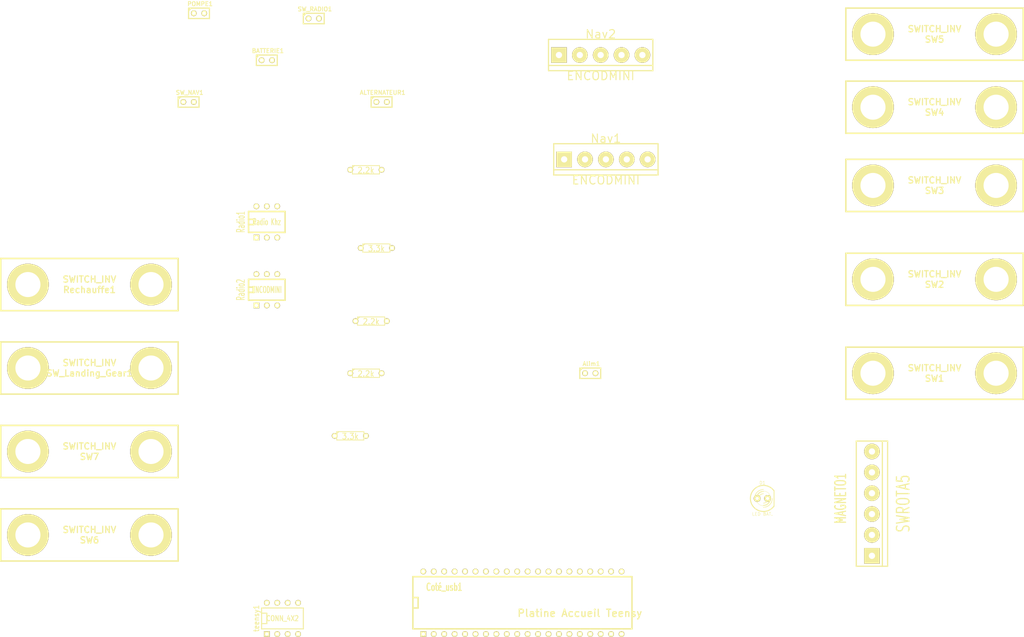
<source format=kicad_pcb>
(kicad_pcb (version 3) (host pcbnew "(2013-jul-07)-stable")

  (general
    (links 47)
    (no_connects 47)
    (area 0 0 0 0)
    (thickness 1.6)
    (drawings 0)
    (tracks 0)
    (zones 0)
    (modules 28)
    (nets 37)
  )

  (page A4)
  (layers
    (15 F.Cu signal)
    (0 B.Cu signal)
    (16 B.Adhes user)
    (17 F.Adhes user)
    (18 B.Paste user)
    (19 F.Paste user)
    (20 B.SilkS user)
    (21 F.SilkS user)
    (22 B.Mask user)
    (23 F.Mask user)
    (24 Dwgs.User user)
    (25 Cmts.User user)
    (26 Eco1.User user)
    (27 Eco2.User user)
    (28 Edge.Cuts user)
  )

  (setup
    (last_trace_width 0.254)
    (trace_clearance 0.254)
    (zone_clearance 0.508)
    (zone_45_only no)
    (trace_min 0.254)
    (segment_width 0.2)
    (edge_width 0.15)
    (via_size 0.889)
    (via_drill 0.635)
    (via_min_size 0.889)
    (via_min_drill 0.508)
    (uvia_size 0.508)
    (uvia_drill 0.127)
    (uvias_allowed no)
    (uvia_min_size 0.508)
    (uvia_min_drill 0.127)
    (pcb_text_width 0.3)
    (pcb_text_size 1 1)
    (mod_edge_width 0.15)
    (mod_text_size 1 1)
    (mod_text_width 0.15)
    (pad_size 1 1)
    (pad_drill 0.6)
    (pad_to_mask_clearance 0)
    (aux_axis_origin 0 0)
    (visible_elements FFFFFFBF)
    (pcbplotparams
      (layerselection 3178497)
      (usegerberextensions true)
      (excludeedgelayer true)
      (linewidth 0.150000)
      (plotframeref false)
      (viasonmask false)
      (mode 1)
      (useauxorigin false)
      (hpglpennumber 1)
      (hpglpenspeed 20)
      (hpglpendiameter 15)
      (hpglpenoverlay 2)
      (psnegative false)
      (psa4output false)
      (plotreference true)
      (plotvalue true)
      (plotothertext true)
      (plotinvisibletext false)
      (padsonsilk false)
      (subtractmaskfromsilk false)
      (outputformat 1)
      (mirror false)
      (drillshape 1)
      (scaleselection 1)
      (outputdirectory ""))
  )

  (net 0 "")
  (net 1 /e1)
  (net 2 /e5)
  (net 3 GND)
  (net 4 N-000001)
  (net 5 N-0000010)
  (net 6 N-0000011)
  (net 7 N-0000012)
  (net 8 N-0000013)
  (net 9 N-0000014)
  (net 10 N-0000015)
  (net 11 N-0000016)
  (net 12 N-0000017)
  (net 13 N-0000018)
  (net 14 N-0000019)
  (net 15 N-000002)
  (net 16 N-0000020)
  (net 17 N-0000021)
  (net 18 N-000003)
  (net 19 N-0000034)
  (net 20 N-000004)
  (net 21 N-000005)
  (net 22 N-0000050)
  (net 23 N-0000051)
  (net 24 N-0000053)
  (net 25 N-0000054)
  (net 26 N-0000055)
  (net 27 N-0000056)
  (net 28 N-0000057)
  (net 29 N-000006)
  (net 30 N-0000068)
  (net 31 N-0000069)
  (net 32 N-000007)
  (net 33 N-0000073)
  (net 34 N-000008)
  (net 35 N-000009)
  (net 36 VCC)

  (net_class Default "Ceci est la Netclass par défaut"
    (clearance 0.254)
    (trace_width 0.254)
    (via_dia 0.889)
    (via_drill 0.635)
    (uvia_dia 0.508)
    (uvia_drill 0.127)
    (add_net "")
    (add_net /e1)
    (add_net /e5)
    (add_net GND)
    (add_net N-000001)
    (add_net N-0000010)
    (add_net N-0000011)
    (add_net N-0000012)
    (add_net N-0000013)
    (add_net N-0000014)
    (add_net N-0000015)
    (add_net N-0000016)
    (add_net N-0000017)
    (add_net N-0000018)
    (add_net N-0000019)
    (add_net N-000002)
    (add_net N-0000020)
    (add_net N-0000021)
    (add_net N-000003)
    (add_net N-0000034)
    (add_net N-000004)
    (add_net N-000005)
    (add_net N-0000050)
    (add_net N-0000051)
    (add_net N-0000053)
    (add_net N-0000054)
    (add_net N-0000055)
    (add_net N-0000056)
    (add_net N-0000057)
    (add_net N-000006)
    (add_net N-0000068)
    (add_net N-0000069)
    (add_net N-000007)
    (add_net N-0000073)
    (add_net N-000008)
    (add_net N-000009)
    (add_net VCC)
  )

  (module R3 (layer F.Cu) (tedit 4E4C0E65) (tstamp 54CFE91B)
    (at 115.57 110.49)
    (descr "Resitance 3 pas")
    (tags R)
    (path /54CFFA40)
    (autoplace_cost180 10)
    (fp_text reference R5 (at 0 0.127) (layer F.SilkS) hide
      (effects (font (size 1.397 1.27) (thickness 0.2032)))
    )
    (fp_text value 2.2k (at 0 0.127) (layer F.SilkS)
      (effects (font (size 1.397 1.27) (thickness 0.2032)))
    )
    (fp_line (start -3.81 0) (end -3.302 0) (layer F.SilkS) (width 0.2032))
    (fp_line (start 3.81 0) (end 3.302 0) (layer F.SilkS) (width 0.2032))
    (fp_line (start 3.302 0) (end 3.302 -1.016) (layer F.SilkS) (width 0.2032))
    (fp_line (start 3.302 -1.016) (end -3.302 -1.016) (layer F.SilkS) (width 0.2032))
    (fp_line (start -3.302 -1.016) (end -3.302 1.016) (layer F.SilkS) (width 0.2032))
    (fp_line (start -3.302 1.016) (end 3.302 1.016) (layer F.SilkS) (width 0.2032))
    (fp_line (start 3.302 1.016) (end 3.302 0) (layer F.SilkS) (width 0.2032))
    (fp_line (start -3.302 -0.508) (end -2.794 -1.016) (layer F.SilkS) (width 0.2032))
    (pad 1 thru_hole circle (at -3.81 0) (size 1.397 1.397) (drill 0.8128)
      (layers *.Cu *.Mask F.SilkS)
      (net 24 N-0000053)
    )
    (pad 2 thru_hole circle (at 3.81 0) (size 1.397 1.397) (drill 0.8128)
      (layers *.Cu *.Mask F.SilkS)
      (net 36 VCC)
    )
    (model discret/resistor.wrl
      (at (xyz 0 0 0))
      (scale (xyz 0.3 0.3 0.3))
      (rotate (xyz 0 0 0))
    )
  )

  (module R3 (layer F.Cu) (tedit 4E4C0E65) (tstamp 54CFE929)
    (at 116.84 97.79)
    (descr "Resitance 3 pas")
    (tags R)
    (path /54CFD60C)
    (autoplace_cost180 10)
    (fp_text reference R3 (at 0 0.127) (layer F.SilkS) hide
      (effects (font (size 1.397 1.27) (thickness 0.2032)))
    )
    (fp_text value 2.2k (at 0 0.127) (layer F.SilkS)
      (effects (font (size 1.397 1.27) (thickness 0.2032)))
    )
    (fp_line (start -3.81 0) (end -3.302 0) (layer F.SilkS) (width 0.2032))
    (fp_line (start 3.81 0) (end 3.302 0) (layer F.SilkS) (width 0.2032))
    (fp_line (start 3.302 0) (end 3.302 -1.016) (layer F.SilkS) (width 0.2032))
    (fp_line (start 3.302 -1.016) (end -3.302 -1.016) (layer F.SilkS) (width 0.2032))
    (fp_line (start -3.302 -1.016) (end -3.302 1.016) (layer F.SilkS) (width 0.2032))
    (fp_line (start -3.302 1.016) (end 3.302 1.016) (layer F.SilkS) (width 0.2032))
    (fp_line (start 3.302 1.016) (end 3.302 0) (layer F.SilkS) (width 0.2032))
    (fp_line (start -3.302 -0.508) (end -2.794 -1.016) (layer F.SilkS) (width 0.2032))
    (pad 1 thru_hole circle (at -3.81 0) (size 1.397 1.397) (drill 0.8128)
      (layers *.Cu *.Mask F.SilkS)
      (net 10 N-0000015)
    )
    (pad 2 thru_hole circle (at 3.81 0) (size 1.397 1.397) (drill 0.8128)
      (layers *.Cu *.Mask F.SilkS)
      (net 11 N-0000016)
    )
    (model discret/resistor.wrl
      (at (xyz 0 0 0))
      (scale (xyz 0.3 0.3 0.3))
      (rotate (xyz 0 0 0))
    )
  )

  (module R3 (layer F.Cu) (tedit 4E4C0E65) (tstamp 54CFE937)
    (at 115.57 60.96)
    (descr "Resitance 3 pas")
    (tags R)
    (path /54CFD5FD)
    (autoplace_cost180 10)
    (fp_text reference R1 (at 0 0.127) (layer F.SilkS) hide
      (effects (font (size 1.397 1.27) (thickness 0.2032)))
    )
    (fp_text value 2.2k (at 0 0.127) (layer F.SilkS)
      (effects (font (size 1.397 1.27) (thickness 0.2032)))
    )
    (fp_line (start -3.81 0) (end -3.302 0) (layer F.SilkS) (width 0.2032))
    (fp_line (start 3.81 0) (end 3.302 0) (layer F.SilkS) (width 0.2032))
    (fp_line (start 3.302 0) (end 3.302 -1.016) (layer F.SilkS) (width 0.2032))
    (fp_line (start 3.302 -1.016) (end -3.302 -1.016) (layer F.SilkS) (width 0.2032))
    (fp_line (start -3.302 -1.016) (end -3.302 1.016) (layer F.SilkS) (width 0.2032))
    (fp_line (start -3.302 1.016) (end 3.302 1.016) (layer F.SilkS) (width 0.2032))
    (fp_line (start 3.302 1.016) (end 3.302 0) (layer F.SilkS) (width 0.2032))
    (fp_line (start -3.302 -0.508) (end -2.794 -1.016) (layer F.SilkS) (width 0.2032))
    (pad 1 thru_hole circle (at -3.81 0) (size 1.397 1.397) (drill 0.8128)
      (layers *.Cu *.Mask F.SilkS)
      (net 10 N-0000015)
    )
    (pad 2 thru_hole circle (at 3.81 0) (size 1.397 1.397) (drill 0.8128)
      (layers *.Cu *.Mask F.SilkS)
      (net 12 N-0000017)
    )
    (model discret/resistor.wrl
      (at (xyz 0 0 0))
      (scale (xyz 0.3 0.3 0.3))
      (rotate (xyz 0 0 0))
    )
  )

  (module R3 (layer F.Cu) (tedit 4E4C0E65) (tstamp 54CFE945)
    (at 118.11 80.01)
    (descr "Resitance 3 pas")
    (tags R)
    (path /54CFD5EE)
    (autoplace_cost180 10)
    (fp_text reference R4 (at 0 0.127) (layer F.SilkS) hide
      (effects (font (size 1.397 1.27) (thickness 0.2032)))
    )
    (fp_text value 3.3k (at 0 0.127) (layer F.SilkS)
      (effects (font (size 1.397 1.27) (thickness 0.2032)))
    )
    (fp_line (start -3.81 0) (end -3.302 0) (layer F.SilkS) (width 0.2032))
    (fp_line (start 3.81 0) (end 3.302 0) (layer F.SilkS) (width 0.2032))
    (fp_line (start 3.302 0) (end 3.302 -1.016) (layer F.SilkS) (width 0.2032))
    (fp_line (start 3.302 -1.016) (end -3.302 -1.016) (layer F.SilkS) (width 0.2032))
    (fp_line (start -3.302 -1.016) (end -3.302 1.016) (layer F.SilkS) (width 0.2032))
    (fp_line (start -3.302 1.016) (end 3.302 1.016) (layer F.SilkS) (width 0.2032))
    (fp_line (start 3.302 1.016) (end 3.302 0) (layer F.SilkS) (width 0.2032))
    (fp_line (start -3.302 -0.508) (end -2.794 -1.016) (layer F.SilkS) (width 0.2032))
    (pad 1 thru_hole circle (at -3.81 0) (size 1.397 1.397) (drill 0.8128)
      (layers *.Cu *.Mask F.SilkS)
      (net 8 N-0000013)
    )
    (pad 2 thru_hole circle (at 3.81 0) (size 1.397 1.397) (drill 0.8128)
      (layers *.Cu *.Mask F.SilkS)
      (net 10 N-0000015)
    )
    (model discret/resistor.wrl
      (at (xyz 0 0 0))
      (scale (xyz 0.3 0.3 0.3))
      (rotate (xyz 0 0 0))
    )
  )

  (module R3 (layer F.Cu) (tedit 4E4C0E65) (tstamp 54CFE953)
    (at 111.76 125.73)
    (descr "Resitance 3 pas")
    (tags R)
    (path /54CFD5DF)
    (autoplace_cost180 10)
    (fp_text reference R2 (at 0 0.127) (layer F.SilkS) hide
      (effects (font (size 1.397 1.27) (thickness 0.2032)))
    )
    (fp_text value 3.3k (at 0 0.127) (layer F.SilkS)
      (effects (font (size 1.397 1.27) (thickness 0.2032)))
    )
    (fp_line (start -3.81 0) (end -3.302 0) (layer F.SilkS) (width 0.2032))
    (fp_line (start 3.81 0) (end 3.302 0) (layer F.SilkS) (width 0.2032))
    (fp_line (start 3.302 0) (end 3.302 -1.016) (layer F.SilkS) (width 0.2032))
    (fp_line (start 3.302 -1.016) (end -3.302 -1.016) (layer F.SilkS) (width 0.2032))
    (fp_line (start -3.302 -1.016) (end -3.302 1.016) (layer F.SilkS) (width 0.2032))
    (fp_line (start -3.302 1.016) (end 3.302 1.016) (layer F.SilkS) (width 0.2032))
    (fp_line (start 3.302 1.016) (end 3.302 0) (layer F.SilkS) (width 0.2032))
    (fp_line (start -3.302 -0.508) (end -2.794 -1.016) (layer F.SilkS) (width 0.2032))
    (pad 1 thru_hole circle (at -3.81 0) (size 1.397 1.397) (drill 0.8128)
      (layers *.Cu *.Mask F.SilkS)
      (net 9 N-0000014)
    )
    (pad 2 thru_hole circle (at 3.81 0) (size 1.397 1.397) (drill 0.8128)
      (layers *.Cu *.Mask F.SilkS)
      (net 10 N-0000015)
    )
    (model discret/resistor.wrl
      (at (xyz 0 0 0))
      (scale (xyz 0.3 0.3 0.3))
      (rotate (xyz 0 0 0))
    )
  )

  (module LED-5MM (layer F.Cu) (tedit 50ADE86B) (tstamp 54CFE962)
    (at 212.09 140.97)
    (descr "LED 5mm - Lead pitch 100mil (2,54mm)")
    (tags "LED led 5mm 5MM 100mil 2,54mm")
    (path /54CFFA12)
    (fp_text reference D1 (at 0 -3.81) (layer F.SilkS)
      (effects (font (size 0.762 0.762) (thickness 0.0889)))
    )
    (fp_text value "LED BAT." (at 0 3.81) (layer F.SilkS)
      (effects (font (size 0.762 0.762) (thickness 0.0889)))
    )
    (fp_line (start 2.8448 1.905) (end 2.8448 -1.905) (layer F.SilkS) (width 0.2032))
    (fp_circle (center 0.254 0) (end -1.016 1.27) (layer F.SilkS) (width 0.0762))
    (fp_arc (start 0.254 0) (end 2.794 1.905) (angle 286.2) (layer F.SilkS) (width 0.254))
    (fp_arc (start 0.254 0) (end -0.889 0) (angle 90) (layer F.SilkS) (width 0.1524))
    (fp_arc (start 0.254 0) (end 1.397 0) (angle 90) (layer F.SilkS) (width 0.1524))
    (fp_arc (start 0.254 0) (end -1.397 0) (angle 90) (layer F.SilkS) (width 0.1524))
    (fp_arc (start 0.254 0) (end 1.905 0) (angle 90) (layer F.SilkS) (width 0.1524))
    (fp_arc (start 0.254 0) (end -1.905 0) (angle 90) (layer F.SilkS) (width 0.1524))
    (fp_arc (start 0.254 0) (end 2.413 0) (angle 90) (layer F.SilkS) (width 0.1524))
    (pad 1 thru_hole circle (at -1.27 0) (size 1.6764 1.6764) (drill 0.8128)
      (layers *.Cu *.Mask F.SilkS)
      (net 24 N-0000053)
    )
    (pad 2 thru_hole circle (at 1.27 0) (size 1.6764 1.6764) (drill 0.8128)
      (layers *.Cu *.Mask F.SilkS)
      (net 27 N-0000056)
    )
    (model discret/leds/led5_vertical_verde.wrl
      (at (xyz 0 0 0))
      (scale (xyz 1 1 1))
      (rotate (xyz 0 0 0))
    )
  )

  (module DIP-8__300 (layer F.Cu) (tedit 43A7F843) (tstamp 54CFE975)
    (at 95.25 170.18)
    (descr "8 pins DIL package, round pads")
    (tags DIL)
    (path /54CFD389)
    (fp_text reference teensy1 (at -6.35 0 90) (layer F.SilkS)
      (effects (font (size 1.27 1.143) (thickness 0.2032)))
    )
    (fp_text value CONN_4X2 (at 0 0) (layer F.SilkS)
      (effects (font (size 1.27 1.016) (thickness 0.2032)))
    )
    (fp_line (start -5.08 -1.27) (end -3.81 -1.27) (layer F.SilkS) (width 0.254))
    (fp_line (start -3.81 -1.27) (end -3.81 1.27) (layer F.SilkS) (width 0.254))
    (fp_line (start -3.81 1.27) (end -5.08 1.27) (layer F.SilkS) (width 0.254))
    (fp_line (start -5.08 -2.54) (end 5.08 -2.54) (layer F.SilkS) (width 0.254))
    (fp_line (start 5.08 -2.54) (end 5.08 2.54) (layer F.SilkS) (width 0.254))
    (fp_line (start 5.08 2.54) (end -5.08 2.54) (layer F.SilkS) (width 0.254))
    (fp_line (start -5.08 2.54) (end -5.08 -2.54) (layer F.SilkS) (width 0.254))
    (pad 1 thru_hole rect (at -3.81 3.81) (size 1.397 1.397) (drill 0.8128)
      (layers *.Cu *.Mask F.SilkS)
      (net 1 /e1)
    )
    (pad 2 thru_hole circle (at -1.27 3.81) (size 1.397 1.397) (drill 0.8128)
      (layers *.Cu *.Mask F.SilkS)
      (net 13 N-0000018)
    )
    (pad 3 thru_hole circle (at 1.27 3.81) (size 1.397 1.397) (drill 0.8128)
      (layers *.Cu *.Mask F.SilkS)
      (net 30 N-0000068)
    )
    (pad 4 thru_hole circle (at 3.81 3.81) (size 1.397 1.397) (drill 0.8128)
      (layers *.Cu *.Mask F.SilkS)
      (net 17 N-0000021)
    )
    (pad 5 thru_hole circle (at 3.81 -3.81) (size 1.397 1.397) (drill 0.8128)
      (layers *.Cu *.Mask F.SilkS)
      (net 2 /e5)
    )
    (pad 6 thru_hole circle (at 1.27 -3.81) (size 1.397 1.397) (drill 0.8128)
      (layers *.Cu *.Mask F.SilkS)
      (net 31 N-0000069)
    )
    (pad 7 thru_hole circle (at -1.27 -3.81) (size 1.397 1.397) (drill 0.8128)
      (layers *.Cu *.Mask F.SilkS)
      (net 33 N-0000073)
    )
    (pad 8 thru_hole circle (at -3.81 -3.81) (size 1.397 1.397) (drill 0.8128)
      (layers *.Cu *.Mask F.SilkS)
      (net 7 N-0000012)
    )
    (model dil/dil_8.wrl
      (at (xyz 0 0 0))
      (scale (xyz 1 1 1))
      (rotate (xyz 0 0 0))
    )
  )

  (module DIP-6__300 (layer F.Cu) (tedit 49DC487C) (tstamp 54CFE986)
    (at 91.44 90.17)
    (descr "6 pins DIL package, round pads")
    (tags DIL)
    (path /54CFD34D)
    (fp_text reference Radio2 (at -6.35 0 90) (layer F.SilkS)
      (effects (font (size 1.905 1.016) (thickness 0.2032)))
    )
    (fp_text value ENCODMINI (at 0 0) (layer F.SilkS)
      (effects (font (size 1.524 0.889) (thickness 0.2032)))
    )
    (fp_line (start -4.445 -2.54) (end 4.445 -2.54) (layer F.SilkS) (width 0.381))
    (fp_line (start 4.445 -2.54) (end 4.445 2.54) (layer F.SilkS) (width 0.381))
    (fp_line (start 4.445 2.54) (end -4.445 2.54) (layer F.SilkS) (width 0.381))
    (fp_line (start -4.445 2.54) (end -4.445 -2.54) (layer F.SilkS) (width 0.381))
    (fp_line (start -4.445 -0.635) (end -3.175 -0.635) (layer F.SilkS) (width 0.381))
    (fp_line (start -3.175 -0.635) (end -3.175 0.635) (layer F.SilkS) (width 0.381))
    (fp_line (start -3.175 0.635) (end -4.445 0.635) (layer F.SilkS) (width 0.381))
    (pad 1 thru_hole rect (at -2.54 3.81) (size 1.397 1.397) (drill 0.8128)
      (layers *.Cu *.Mask F.SilkS)
      (net 1 /e1)
    )
    (pad 2 thru_hole circle (at 0 3.81) (size 1.397 1.397) (drill 0.8128)
      (layers *.Cu *.Mask F.SilkS)
      (net 30 N-0000068)
    )
    (pad 3 thru_hole circle (at 2.54 3.81) (size 1.397 1.397) (drill 0.8128)
      (layers *.Cu *.Mask F.SilkS)
      (net 3 GND)
    )
    (pad 4 thru_hole circle (at 2.54 -3.81) (size 1.397 1.397) (drill 0.8128)
      (layers *.Cu *.Mask F.SilkS)
      (net 3 GND)
    )
    (pad 5 thru_hole circle (at 0 -3.81) (size 1.397 1.397) (drill 0.8128)
      (layers *.Cu *.Mask F.SilkS)
      (net 8 N-0000013)
    )
    (pad 6 thru_hole circle (at -2.54 -3.81) (size 1.397 1.397) (drill 0.8128)
      (layers *.Cu *.Mask F.SilkS)
    )
    (model dil/dil_6.wrl
      (at (xyz 0 0 0))
      (scale (xyz 1 1 1))
      (rotate (xyz 0 0 0))
    )
  )

  (module DIP-6__300 (layer F.Cu) (tedit 49DC487C) (tstamp 54CFE997)
    (at 91.44 73.66)
    (descr "6 pins DIL package, round pads")
    (tags DIL)
    (path /54CFD33E)
    (fp_text reference Radio1 (at -6.35 0 90) (layer F.SilkS)
      (effects (font (size 1.905 1.016) (thickness 0.2032)))
    )
    (fp_text value "Radio Khz" (at 0 0) (layer F.SilkS)
      (effects (font (size 1.524 0.889) (thickness 0.2032)))
    )
    (fp_line (start -4.445 -2.54) (end 4.445 -2.54) (layer F.SilkS) (width 0.381))
    (fp_line (start 4.445 -2.54) (end 4.445 2.54) (layer F.SilkS) (width 0.381))
    (fp_line (start 4.445 2.54) (end -4.445 2.54) (layer F.SilkS) (width 0.381))
    (fp_line (start -4.445 2.54) (end -4.445 -2.54) (layer F.SilkS) (width 0.381))
    (fp_line (start -4.445 -0.635) (end -3.175 -0.635) (layer F.SilkS) (width 0.381))
    (fp_line (start -3.175 -0.635) (end -3.175 0.635) (layer F.SilkS) (width 0.381))
    (fp_line (start -3.175 0.635) (end -4.445 0.635) (layer F.SilkS) (width 0.381))
    (pad 1 thru_hole rect (at -2.54 3.81) (size 1.397 1.397) (drill 0.8128)
      (layers *.Cu *.Mask F.SilkS)
      (net 7 N-0000012)
    )
    (pad 2 thru_hole circle (at 0 3.81) (size 1.397 1.397) (drill 0.8128)
      (layers *.Cu *.Mask F.SilkS)
      (net 31 N-0000069)
    )
    (pad 3 thru_hole circle (at 2.54 3.81) (size 1.397 1.397) (drill 0.8128)
      (layers *.Cu *.Mask F.SilkS)
      (net 3 GND)
    )
    (pad 4 thru_hole circle (at 2.54 -3.81) (size 1.397 1.397) (drill 0.8128)
      (layers *.Cu *.Mask F.SilkS)
      (net 3 GND)
    )
    (pad 5 thru_hole circle (at 0 -3.81) (size 1.397 1.397) (drill 0.8128)
      (layers *.Cu *.Mask F.SilkS)
      (net 9 N-0000014)
    )
    (pad 6 thru_hole circle (at -2.54 -3.81) (size 1.397 1.397) (drill 0.8128)
      (layers *.Cu *.Mask F.SilkS)
    )
    (model dil/dil_6.wrl
      (at (xyz 0 0 0))
      (scale (xyz 1 1 1))
      (rotate (xyz 0 0 0))
    )
  )

  (module DIP-40__600 (layer F.Cu) (tedit 200000) (tstamp 54CFE9CA)
    (at 153.67 166.37)
    (descr "Module Dil 40 pins, pads ronds, e=600 mils")
    (tags DIL)
    (path /54CFD37A)
    (fp_text reference Coté_usb1 (at -19.05 -3.81) (layer F.SilkS)
      (effects (font (size 1.778 1.143) (thickness 0.3048)))
    )
    (fp_text value "Platine Accueil Teensy" (at 13.97 2.54) (layer F.SilkS)
      (effects (font (size 1.778 1.778) (thickness 0.3048)))
    )
    (fp_line (start -26.67 -1.27) (end -25.4 -1.27) (layer F.SilkS) (width 0.381))
    (fp_line (start -25.4 -1.27) (end -25.4 1.27) (layer F.SilkS) (width 0.381))
    (fp_line (start -25.4 1.27) (end -26.67 1.27) (layer F.SilkS) (width 0.381))
    (fp_line (start -26.67 -6.35) (end 26.67 -6.35) (layer F.SilkS) (width 0.381))
    (fp_line (start 26.67 -6.35) (end 26.67 6.35) (layer F.SilkS) (width 0.381))
    (fp_line (start 26.67 6.35) (end -26.67 6.35) (layer F.SilkS) (width 0.381))
    (fp_line (start -26.67 6.35) (end -26.67 -6.35) (layer F.SilkS) (width 0.381))
    (pad 1 thru_hole rect (at -24.13 7.62) (size 1.397 1.397) (drill 0.8128)
      (layers *.Cu *.Mask F.SilkS)
      (net 3 GND)
    )
    (pad 2 thru_hole circle (at -21.59 7.62) (size 1.397 1.397) (drill 0.8128)
      (layers *.Cu *.Mask F.SilkS)
      (net 36 VCC)
    )
    (pad 3 thru_hole circle (at -19.05 7.62) (size 1.397 1.397) (drill 0.8128)
      (layers *.Cu *.Mask F.SilkS)
      (net 19 N-0000034)
    )
    (pad 4 thru_hole circle (at -16.51 7.62) (size 1.397 1.397) (drill 0.8128)
      (layers *.Cu *.Mask F.SilkS)
    )
    (pad 5 thru_hole circle (at -13.97 7.62) (size 1.397 1.397) (drill 0.8128)
      (layers *.Cu *.Mask F.SilkS)
      (net 16 N-0000020)
    )
    (pad 6 thru_hole circle (at -11.43 7.62) (size 1.397 1.397) (drill 0.8128)
      (layers *.Cu *.Mask F.SilkS)
    )
    (pad 7 thru_hole circle (at -8.89 7.62) (size 1.397 1.397) (drill 0.8128)
      (layers *.Cu *.Mask F.SilkS)
      (net 14 N-0000019)
    )
    (pad 8 thru_hole circle (at -6.35 7.62) (size 1.397 1.397) (drill 0.8128)
      (layers *.Cu *.Mask F.SilkS)
    )
    (pad 9 thru_hole circle (at -3.81 7.62) (size 1.397 1.397) (drill 0.8128)
      (layers *.Cu *.Mask F.SilkS)
      (net 32 N-000007)
    )
    (pad 10 thru_hole circle (at -1.27 7.62) (size 1.397 1.397) (drill 0.8128)
      (layers *.Cu *.Mask F.SilkS)
      (net 23 N-0000051)
    )
    (pad 11 thru_hole circle (at 1.27 7.62) (size 1.397 1.397) (drill 0.8128)
      (layers *.Cu *.Mask F.SilkS)
      (net 29 N-000006)
    )
    (pad 12 thru_hole circle (at 3.81 7.62) (size 1.397 1.397) (drill 0.8128)
      (layers *.Cu *.Mask F.SilkS)
      (net 22 N-0000050)
    )
    (pad 13 thru_hole circle (at 6.35 7.62) (size 1.397 1.397) (drill 0.8128)
      (layers *.Cu *.Mask F.SilkS)
      (net 21 N-000005)
    )
    (pad 14 thru_hole circle (at 8.89 7.62) (size 1.397 1.397) (drill 0.8128)
      (layers *.Cu *.Mask F.SilkS)
      (net 26 N-0000055)
    )
    (pad 15 thru_hole circle (at 11.43 7.62) (size 1.397 1.397) (drill 0.8128)
      (layers *.Cu *.Mask F.SilkS)
      (net 20 N-000004)
    )
    (pad 16 thru_hole circle (at 13.97 7.62) (size 1.397 1.397) (drill 0.8128)
      (layers *.Cu *.Mask F.SilkS)
      (net 28 N-0000057)
    )
    (pad 17 thru_hole circle (at 16.51 7.62) (size 1.397 1.397) (drill 0.8128)
      (layers *.Cu *.Mask F.SilkS)
    )
    (pad 18 thru_hole circle (at 19.05 7.62) (size 1.397 1.397) (drill 0.8128)
      (layers *.Cu *.Mask F.SilkS)
      (net 27 N-0000056)
    )
    (pad 19 thru_hole circle (at 21.59 7.62) (size 1.397 1.397) (drill 0.8128)
      (layers *.Cu *.Mask F.SilkS)
      (net 18 N-000003)
    )
    (pad 20 thru_hole circle (at 24.13 7.62) (size 1.397 1.397) (drill 0.8128)
      (layers *.Cu *.Mask F.SilkS)
    )
    (pad 21 thru_hole circle (at 24.13 -7.62) (size 1.397 1.397) (drill 0.8128)
      (layers *.Cu *.Mask F.SilkS)
      (net 15 N-000002)
    )
    (pad 22 thru_hole circle (at 21.59 -7.62) (size 1.397 1.397) (drill 0.8128)
      (layers *.Cu *.Mask F.SilkS)
    )
    (pad 23 thru_hole circle (at 19.05 -7.62) (size 1.397 1.397) (drill 0.8128)
      (layers *.Cu *.Mask F.SilkS)
      (net 4 N-000001)
    )
    (pad 24 thru_hole circle (at 16.51 -7.62) (size 1.397 1.397) (drill 0.8128)
      (layers *.Cu *.Mask F.SilkS)
    )
    (pad 25 thru_hole circle (at 13.97 -7.62) (size 1.397 1.397) (drill 0.8128)
      (layers *.Cu *.Mask F.SilkS)
      (net 6 N-0000011)
    )
    (pad 26 thru_hole circle (at 11.43 -7.62) (size 1.397 1.397) (drill 0.8128)
      (layers *.Cu *.Mask F.SilkS)
    )
    (pad 27 thru_hole circle (at 8.89 -7.62) (size 1.397 1.397) (drill 0.8128)
      (layers *.Cu *.Mask F.SilkS)
      (net 5 N-0000010)
    )
    (pad 28 thru_hole circle (at 6.35 -7.62) (size 1.397 1.397) (drill 0.8128)
      (layers *.Cu *.Mask F.SilkS)
    )
    (pad 29 thru_hole circle (at 3.81 -7.62) (size 1.397 1.397) (drill 0.8128)
      (layers *.Cu *.Mask F.SilkS)
    )
    (pad 30 thru_hole circle (at 1.27 -7.62) (size 1.397 1.397) (drill 0.8128)
      (layers *.Cu *.Mask F.SilkS)
    )
    (pad 31 thru_hole circle (at -1.27 -7.62) (size 1.397 1.397) (drill 0.8128)
      (layers *.Cu *.Mask F.SilkS)
      (net 25 N-0000054)
    )
    (pad 32 thru_hole circle (at -3.81 -7.62) (size 1.397 1.397) (drill 0.8128)
      (layers *.Cu *.Mask F.SilkS)
    )
    (pad 33 thru_hole circle (at -6.35 -7.62) (size 1.397 1.397) (drill 0.8128)
      (layers *.Cu *.Mask F.SilkS)
      (net 34 N-000008)
    )
    (pad 34 thru_hole circle (at -8.89 -7.62) (size 1.397 1.397) (drill 0.8128)
      (layers *.Cu *.Mask F.SilkS)
    )
    (pad 35 thru_hole circle (at -11.43 -7.62) (size 1.397 1.397) (drill 0.8128)
      (layers *.Cu *.Mask F.SilkS)
    )
    (pad 36 thru_hole circle (at -13.97 -7.62) (size 1.397 1.397) (drill 0.8128)
      (layers *.Cu *.Mask F.SilkS)
    )
    (pad 37 thru_hole circle (at -16.51 -7.62) (size 1.397 1.397) (drill 0.8128)
      (layers *.Cu *.Mask F.SilkS)
    )
    (pad 38 thru_hole circle (at -19.05 -7.62) (size 1.397 1.397) (drill 0.8128)
      (layers *.Cu *.Mask F.SilkS)
    )
    (pad 39 thru_hole circle (at -21.59 -7.62) (size 1.397 1.397) (drill 0.8128)
      (layers *.Cu *.Mask F.SilkS)
      (net 35 N-000009)
    )
    (pad 40 thru_hole circle (at -24.13 -7.62) (size 1.397 1.397) (drill 0.8128)
      (layers *.Cu *.Mask F.SilkS)
    )
    (model dil/dil_40-w600.wrl
      (at (xyz 0 0 0))
      (scale (xyz 1 1 1))
      (rotate (xyz 0 0 0))
    )
  )

  (module C1 (layer F.Cu) (tedit 3F92C496) (tstamp 54CFE9D5)
    (at 72.39 44.45)
    (descr "Condensateur e = 1 pas")
    (tags C)
    (path /54CE633C)
    (fp_text reference SW_NAV1 (at 0.254 -2.286) (layer F.SilkS)
      (effects (font (size 1.016 1.016) (thickness 0.2032)))
    )
    (fp_text value SW_PUSH (at 0 -2.286) (layer F.SilkS) hide
      (effects (font (size 1.016 1.016) (thickness 0.2032)))
    )
    (fp_line (start -2.4892 -1.27) (end 2.54 -1.27) (layer F.SilkS) (width 0.3048))
    (fp_line (start 2.54 -1.27) (end 2.54 1.27) (layer F.SilkS) (width 0.3048))
    (fp_line (start 2.54 1.27) (end -2.54 1.27) (layer F.SilkS) (width 0.3048))
    (fp_line (start -2.54 1.27) (end -2.54 -1.27) (layer F.SilkS) (width 0.3048))
    (fp_line (start -2.54 -0.635) (end -1.905 -1.27) (layer F.SilkS) (width 0.3048))
    (pad 1 thru_hole circle (at -1.27 0) (size 1.397 1.397) (drill 0.8128)
      (layers *.Cu *.Mask F.SilkS)
      (net 3 GND)
    )
    (pad 2 thru_hole circle (at 1.27 0) (size 1.397 1.397) (drill 0.8128)
      (layers *.Cu *.Mask F.SilkS)
      (net 35 N-000009)
    )
    (model discret/capa_1_pas.wrl
      (at (xyz 0 0 0))
      (scale (xyz 1 1 1))
      (rotate (xyz 0 0 0))
    )
  )

  (module C1 (layer F.Cu) (tedit 3F92C496) (tstamp 54CFE9E0)
    (at 170.18 110.49)
    (descr "Condensateur e = 1 pas")
    (tags C)
    (path /54D00663)
    (fp_text reference Alim1 (at 0.254 -2.286) (layer F.SilkS)
      (effects (font (size 1.016 1.016) (thickness 0.2032)))
    )
    (fp_text value NAV. (at 0 -2.286) (layer F.SilkS) hide
      (effects (font (size 1.016 1.016) (thickness 0.2032)))
    )
    (fp_line (start -2.4892 -1.27) (end 2.54 -1.27) (layer F.SilkS) (width 0.3048))
    (fp_line (start 2.54 -1.27) (end 2.54 1.27) (layer F.SilkS) (width 0.3048))
    (fp_line (start 2.54 1.27) (end -2.54 1.27) (layer F.SilkS) (width 0.3048))
    (fp_line (start -2.54 1.27) (end -2.54 -1.27) (layer F.SilkS) (width 0.3048))
    (fp_line (start -2.54 -0.635) (end -1.905 -1.27) (layer F.SilkS) (width 0.3048))
    (pad 1 thru_hole circle (at -1.27 0) (size 1.397 1.397) (drill 0.8128)
      (layers *.Cu *.Mask F.SilkS)
      (net 3 GND)
    )
    (pad 2 thru_hole circle (at 1.27 0) (size 1.397 1.397) (drill 0.8128)
      (layers *.Cu *.Mask F.SilkS)
      (net 26 N-0000055)
    )
    (model discret/capa_1_pas.wrl
      (at (xyz 0 0 0))
      (scale (xyz 1 1 1))
      (rotate (xyz 0 0 0))
    )
  )

  (module C1 (layer F.Cu) (tedit 3F92C496) (tstamp 54CFE9EB)
    (at 119.38 44.45)
    (descr "Condensateur e = 1 pas")
    (tags C)
    (path /54CE67B1)
    (fp_text reference ALTERNATEUR1 (at 0.254 -2.286) (layer F.SilkS)
      (effects (font (size 1.016 1.016) (thickness 0.2032)))
    )
    (fp_text value SWITCH_INV (at 0 -2.286) (layer F.SilkS) hide
      (effects (font (size 1.016 1.016) (thickness 0.2032)))
    )
    (fp_line (start -2.4892 -1.27) (end 2.54 -1.27) (layer F.SilkS) (width 0.3048))
    (fp_line (start 2.54 -1.27) (end 2.54 1.27) (layer F.SilkS) (width 0.3048))
    (fp_line (start 2.54 1.27) (end -2.54 1.27) (layer F.SilkS) (width 0.3048))
    (fp_line (start -2.54 1.27) (end -2.54 -1.27) (layer F.SilkS) (width 0.3048))
    (fp_line (start -2.54 -0.635) (end -1.905 -1.27) (layer F.SilkS) (width 0.3048))
    (pad 1 thru_hole circle (at -1.27 0) (size 1.397 1.397) (drill 0.8128)
      (layers *.Cu *.Mask F.SilkS)
    )
    (pad 2 thru_hole circle (at 1.27 0) (size 1.397 1.397) (drill 0.8128)
      (layers *.Cu *.Mask F.SilkS)
      (net 3 GND)
    )
    (model discret/capa_1_pas.wrl
      (at (xyz 0 0 0))
      (scale (xyz 1 1 1))
      (rotate (xyz 0 0 0))
    )
  )

  (module C1 (layer F.Cu) (tedit 3F92C496) (tstamp 54CFE9F6)
    (at 91.44 34.29)
    (descr "Condensateur e = 1 pas")
    (tags C)
    (path /54CE67AB)
    (fp_text reference BATTERIE1 (at 0.254 -2.286) (layer F.SilkS)
      (effects (font (size 1.016 1.016) (thickness 0.2032)))
    )
    (fp_text value SWITCH_INV (at 0 -2.286) (layer F.SilkS) hide
      (effects (font (size 1.016 1.016) (thickness 0.2032)))
    )
    (fp_line (start -2.4892 -1.27) (end 2.54 -1.27) (layer F.SilkS) (width 0.3048))
    (fp_line (start 2.54 -1.27) (end 2.54 1.27) (layer F.SilkS) (width 0.3048))
    (fp_line (start 2.54 1.27) (end -2.54 1.27) (layer F.SilkS) (width 0.3048))
    (fp_line (start -2.54 1.27) (end -2.54 -1.27) (layer F.SilkS) (width 0.3048))
    (fp_line (start -2.54 -0.635) (end -1.905 -1.27) (layer F.SilkS) (width 0.3048))
    (pad 1 thru_hole circle (at -1.27 0) (size 1.397 1.397) (drill 0.8128)
      (layers *.Cu *.Mask F.SilkS)
    )
    (pad 2 thru_hole circle (at 1.27 0) (size 1.397 1.397) (drill 0.8128)
      (layers *.Cu *.Mask F.SilkS)
      (net 3 GND)
    )
    (model discret/capa_1_pas.wrl
      (at (xyz 0 0 0))
      (scale (xyz 1 1 1))
      (rotate (xyz 0 0 0))
    )
  )

  (module C1 (layer F.Cu) (tedit 3F92C496) (tstamp 54CFEA01)
    (at 74.93 22.86)
    (descr "Condensateur e = 1 pas")
    (tags C)
    (path /54CE679F)
    (fp_text reference POMPE1 (at 0.254 -2.286) (layer F.SilkS)
      (effects (font (size 1.016 1.016) (thickness 0.2032)))
    )
    (fp_text value SWITCH_INV (at 0 -2.286) (layer F.SilkS) hide
      (effects (font (size 1.016 1.016) (thickness 0.2032)))
    )
    (fp_line (start -2.4892 -1.27) (end 2.54 -1.27) (layer F.SilkS) (width 0.3048))
    (fp_line (start 2.54 -1.27) (end 2.54 1.27) (layer F.SilkS) (width 0.3048))
    (fp_line (start 2.54 1.27) (end -2.54 1.27) (layer F.SilkS) (width 0.3048))
    (fp_line (start -2.54 1.27) (end -2.54 -1.27) (layer F.SilkS) (width 0.3048))
    (fp_line (start -2.54 -0.635) (end -1.905 -1.27) (layer F.SilkS) (width 0.3048))
    (pad 1 thru_hole circle (at -1.27 0) (size 1.397 1.397) (drill 0.8128)
      (layers *.Cu *.Mask F.SilkS)
    )
    (pad 2 thru_hole circle (at 1.27 0) (size 1.397 1.397) (drill 0.8128)
      (layers *.Cu *.Mask F.SilkS)
      (net 3 GND)
    )
    (model discret/capa_1_pas.wrl
      (at (xyz 0 0 0))
      (scale (xyz 1 1 1))
      (rotate (xyz 0 0 0))
    )
  )

  (module C1 (layer F.Cu) (tedit 3F92C496) (tstamp 54CFEA0C)
    (at 102.87 24.13)
    (descr "Condensateur e = 1 pas")
    (tags C)
    (path /54CE632D)
    (fp_text reference SW_RADIO1 (at 0.254 -2.286) (layer F.SilkS)
      (effects (font (size 1.016 1.016) (thickness 0.2032)))
    )
    (fp_text value SW_PUSH (at 0 -2.286) (layer F.SilkS) hide
      (effects (font (size 1.016 1.016) (thickness 0.2032)))
    )
    (fp_line (start -2.4892 -1.27) (end 2.54 -1.27) (layer F.SilkS) (width 0.3048))
    (fp_line (start 2.54 -1.27) (end 2.54 1.27) (layer F.SilkS) (width 0.3048))
    (fp_line (start 2.54 1.27) (end -2.54 1.27) (layer F.SilkS) (width 0.3048))
    (fp_line (start -2.54 1.27) (end -2.54 -1.27) (layer F.SilkS) (width 0.3048))
    (fp_line (start -2.54 -0.635) (end -1.905 -1.27) (layer F.SilkS) (width 0.3048))
    (pad 1 thru_hole circle (at -1.27 0) (size 1.397 1.397) (drill 0.8128)
      (layers *.Cu *.Mask F.SilkS)
      (net 3 GND)
    )
    (pad 2 thru_hole circle (at 1.27 0) (size 1.397 1.397) (drill 0.8128)
      (layers *.Cu *.Mask F.SilkS)
      (net 34 N-000008)
    )
    (model discret/capa_1_pas.wrl
      (at (xyz 0 0 0))
      (scale (xyz 1 1 1))
      (rotate (xyz 0 0 0))
    )
  )

  (module bornier6 (layer F.Cu) (tedit 3EC0C28A) (tstamp 54CFEA1B)
    (at 238.76 142.24 90)
    (descr "Bornier d'alimentation 4 pins")
    (tags DEV)
    (path /54CE6E48)
    (fp_text reference MAGNETO1 (at 1.27 -7.62 90) (layer F.SilkS)
      (effects (font (size 2.6162 1.59766) (thickness 0.3048)))
    )
    (fp_text value SWROTA5 (at 0 7.62 90) (layer F.SilkS)
      (effects (font (size 3.05054 2.0955) (thickness 0.3048)))
    )
    (fp_line (start -15.24 -3.81) (end -15.24 3.81) (layer F.SilkS) (width 0.3048))
    (fp_line (start 15.24 3.81) (end 15.24 -3.81) (layer F.SilkS) (width 0.3048))
    (fp_line (start -15.24 2.54) (end 15.24 2.54) (layer F.SilkS) (width 0.3048))
    (fp_line (start -15.24 -3.81) (end 15.24 -3.81) (layer F.SilkS) (width 0.3048))
    (fp_line (start -15.24 3.81) (end 15.24 3.81) (layer F.SilkS) (width 0.3048))
    (pad 2 thru_hole circle (at -7.62 0 90) (size 3.81 3.81) (drill 1.524)
      (layers *.Cu *.Mask F.SilkS)
      (net 15 N-000002)
    )
    (pad 3 thru_hole circle (at -2.54 0 90) (size 3.81 3.81) (drill 1.524)
      (layers *.Cu *.Mask F.SilkS)
      (net 4 N-000001)
    )
    (pad 1 thru_hole rect (at -12.7 0 90) (size 3.81 3.81) (drill 1.524)
      (layers *.Cu *.Mask F.SilkS)
      (net 18 N-000003)
    )
    (pad 4 thru_hole circle (at 2.54 0 90) (size 3.81 3.81) (drill 1.524)
      (layers *.Cu *.Mask F.SilkS)
      (net 6 N-0000011)
    )
    (pad 5 thru_hole circle (at 7.62 0 90) (size 3.81 3.81) (drill 1.524)
      (layers *.Cu *.Mask F.SilkS)
      (net 5 N-0000010)
    )
    (pad 6 thru_hole circle (at 12.7 0 90) (size 3.81 3.81) (drill 1.524)
      (layers *.Cu *.Mask F.SilkS)
    )
    (model device/bornier_6.wrl
      (at (xyz 0 0 0))
      (scale (xyz 1 1 1))
      (rotate (xyz 0 0 0))
    )
  )

  (module bornier5 (layer F.Cu) (tedit 4718A77C) (tstamp 54CFEA29)
    (at 173.99 58.42)
    (descr "Bornier d'alimentation 4 pins")
    (tags DEV)
    (path /54CFD35C)
    (fp_text reference Nav1 (at 0 -5.08) (layer F.SilkS)
      (effects (font (size 2.032 2.032) (thickness 0.254)))
    )
    (fp_text value ENCODMINI (at 0 5.08) (layer F.SilkS)
      (effects (font (size 2.032 2.032) (thickness 0.254)))
    )
    (fp_line (start -12.7 3.81) (end 12.7 3.81) (layer F.SilkS) (width 0.3048))
    (fp_line (start -12.7 2.54) (end 12.7 2.54) (layer F.SilkS) (width 0.3048))
    (fp_line (start -12.7 -3.81) (end 12.7 -3.81) (layer F.SilkS) (width 0.3048))
    (fp_line (start 12.7 -3.81) (end 12.7 3.81) (layer F.SilkS) (width 0.3048))
    (fp_line (start -12.7 -3.81) (end -12.7 3.81) (layer F.SilkS) (width 0.3048))
    (pad 2 thru_hole circle (at -5.08 0) (size 3.81 3.81) (drill 1.524)
      (layers *.Cu *.Mask F.SilkS)
      (net 13 N-0000018)
    )
    (pad 3 thru_hole circle (at 0 0) (size 3.81 3.81) (drill 1.524)
      (layers *.Cu *.Mask F.SilkS)
      (net 3 GND)
    )
    (pad 1 thru_hole rect (at -10.16 0) (size 3.81 3.81) (drill 1.524)
      (layers *.Cu *.Mask F.SilkS)
      (net 17 N-0000021)
    )
    (pad 4 thru_hole circle (at 5.08 0) (size 3.81 3.81) (drill 1.524)
      (layers *.Cu *.Mask F.SilkS)
      (net 3 GND)
    )
    (pad 5 thru_hole circle (at 10.16 0) (size 3.81 3.81) (drill 1.524)
      (layers *.Cu *.Mask F.SilkS)
    )
    (model device/bornier_5.wrl
      (at (xyz 0 0 0))
      (scale (xyz 1 1 1))
      (rotate (xyz 0 0 0))
    )
  )

  (module bornier5 (layer F.Cu) (tedit 4718A77C) (tstamp 54CFEA37)
    (at 172.72 33.02)
    (descr "Bornier d'alimentation 4 pins")
    (tags DEV)
    (path /54CFD36B)
    (fp_text reference Nav2 (at 0 -5.08) (layer F.SilkS)
      (effects (font (size 2.032 2.032) (thickness 0.254)))
    )
    (fp_text value ENCODMINI (at 0 5.08) (layer F.SilkS)
      (effects (font (size 2.032 2.032) (thickness 0.254)))
    )
    (fp_line (start -12.7 3.81) (end 12.7 3.81) (layer F.SilkS) (width 0.3048))
    (fp_line (start -12.7 2.54) (end 12.7 2.54) (layer F.SilkS) (width 0.3048))
    (fp_line (start -12.7 -3.81) (end 12.7 -3.81) (layer F.SilkS) (width 0.3048))
    (fp_line (start 12.7 -3.81) (end 12.7 3.81) (layer F.SilkS) (width 0.3048))
    (fp_line (start -12.7 -3.81) (end -12.7 3.81) (layer F.SilkS) (width 0.3048))
    (pad 2 thru_hole circle (at -5.08 0) (size 3.81 3.81) (drill 1.524)
      (layers *.Cu *.Mask F.SilkS)
      (net 33 N-0000073)
    )
    (pad 3 thru_hole circle (at 0 0) (size 3.81 3.81) (drill 1.524)
      (layers *.Cu *.Mask F.SilkS)
      (net 3 GND)
    )
    (pad 1 thru_hole rect (at -10.16 0) (size 3.81 3.81) (drill 1.524)
      (layers *.Cu *.Mask F.SilkS)
      (net 2 /e5)
    )
    (pad 4 thru_hole circle (at 5.08 0) (size 3.81 3.81) (drill 1.524)
      (layers *.Cu *.Mask F.SilkS)
      (net 3 GND)
    )
    (pad 5 thru_hole circle (at 10.16 0) (size 3.81 3.81) (drill 1.524)
      (layers *.Cu *.Mask F.SilkS)
    )
    (model device/bornier_5.wrl
      (at (xyz 0 0 0))
      (scale (xyz 1 1 1))
      (rotate (xyz 0 0 0))
    )
  )

  (module 2PIN_6mm (layer F.Cu) (tedit 200000) (tstamp 54CFEA41)
    (at 48.26 88.9)
    (descr "module 2 pin (trou 6 mm)")
    (tags DEV)
    (path /54CE67A5)
    (fp_text reference Rechauffe1 (at 0 1.27) (layer F.SilkS)
      (effects (font (size 1.524 1.524) (thickness 0.3048)))
    )
    (fp_text value SWITCH_INV (at 0 -1.27) (layer F.SilkS)
      (effects (font (size 1.524 1.524) (thickness 0.3048)))
    )
    (fp_line (start -21.59 -6.35) (end 21.59 -6.35) (layer F.SilkS) (width 0.381))
    (fp_line (start 21.59 -6.35) (end 21.59 6.35) (layer F.SilkS) (width 0.381))
    (fp_line (start 21.59 6.35) (end -21.59 6.35) (layer F.SilkS) (width 0.381))
    (fp_line (start -21.59 6.35) (end -21.59 -6.35) (layer F.SilkS) (width 0.381))
    (pad 1 thru_hole circle (at -14.986 0) (size 10.16 10.16) (drill 6.096)
      (layers *.Cu *.Mask F.SilkS)
    )
    (pad 2 thru_hole circle (at 14.986 0) (size 10.16 10.16) (drill 6.096)
      (layers *.Cu *.Mask F.SilkS)
      (net 3 GND)
    )
    (model "device/douille_4mm(red).wrl"
      (at (xyz -0.59 0 0))
      (scale (xyz 1.8 1.8 1.8))
      (rotate (xyz 0 0 0))
    )
    (model "device/douille_4mm(red).wrl"
      (at (xyz 0.59 0 0))
      (scale (xyz 1.8 1.8 1.8))
      (rotate (xyz 0 0 0))
    )
  )

  (module 2PIN_6mm (layer F.Cu) (tedit 200000) (tstamp 54CFEA4B)
    (at 48.26 109.22)
    (descr "module 2 pin (trou 6 mm)")
    (tags DEV)
    (path /54CE6749)
    (fp_text reference SW_Landing_Gear1 (at 0 1.27) (layer F.SilkS)
      (effects (font (size 1.524 1.524) (thickness 0.3048)))
    )
    (fp_text value SWITCH_INV (at 0 -1.27) (layer F.SilkS)
      (effects (font (size 1.524 1.524) (thickness 0.3048)))
    )
    (fp_line (start -21.59 -6.35) (end 21.59 -6.35) (layer F.SilkS) (width 0.381))
    (fp_line (start 21.59 -6.35) (end 21.59 6.35) (layer F.SilkS) (width 0.381))
    (fp_line (start 21.59 6.35) (end -21.59 6.35) (layer F.SilkS) (width 0.381))
    (fp_line (start -21.59 6.35) (end -21.59 -6.35) (layer F.SilkS) (width 0.381))
    (pad 1 thru_hole circle (at -14.986 0) (size 10.16 10.16) (drill 6.096)
      (layers *.Cu *.Mask F.SilkS)
    )
    (pad 2 thru_hole circle (at 14.986 0) (size 10.16 10.16) (drill 6.096)
      (layers *.Cu *.Mask F.SilkS)
      (net 3 GND)
    )
    (model "device/douille_4mm(red).wrl"
      (at (xyz -0.59 0 0))
      (scale (xyz 1.8 1.8 1.8))
      (rotate (xyz 0 0 0))
    )
    (model "device/douille_4mm(red).wrl"
      (at (xyz 0.59 0 0))
      (scale (xyz 1.8 1.8 1.8))
      (rotate (xyz 0 0 0))
    )
  )

  (module 2PIN_6mm (layer F.Cu) (tedit 200000) (tstamp 54CFEA55)
    (at 48.26 129.54)
    (descr "module 2 pin (trou 6 mm)")
    (tags DEV)
    (path /54CE65B0)
    (fp_text reference SW7 (at 0 1.27) (layer F.SilkS)
      (effects (font (size 1.524 1.524) (thickness 0.3048)))
    )
    (fp_text value SWITCH_INV (at 0 -1.27) (layer F.SilkS)
      (effects (font (size 1.524 1.524) (thickness 0.3048)))
    )
    (fp_line (start -21.59 -6.35) (end 21.59 -6.35) (layer F.SilkS) (width 0.381))
    (fp_line (start 21.59 -6.35) (end 21.59 6.35) (layer F.SilkS) (width 0.381))
    (fp_line (start 21.59 6.35) (end -21.59 6.35) (layer F.SilkS) (width 0.381))
    (fp_line (start -21.59 6.35) (end -21.59 -6.35) (layer F.SilkS) (width 0.381))
    (pad 1 thru_hole circle (at -14.986 0) (size 10.16 10.16) (drill 6.096)
      (layers *.Cu *.Mask F.SilkS)
    )
    (pad 2 thru_hole circle (at 14.986 0) (size 10.16 10.16) (drill 6.096)
      (layers *.Cu *.Mask F.SilkS)
      (net 3 GND)
    )
    (model "device/douille_4mm(red).wrl"
      (at (xyz -0.59 0 0))
      (scale (xyz 1.8 1.8 1.8))
      (rotate (xyz 0 0 0))
    )
    (model "device/douille_4mm(red).wrl"
      (at (xyz 0.59 0 0))
      (scale (xyz 1.8 1.8 1.8))
      (rotate (xyz 0 0 0))
    )
  )

  (module 2PIN_6mm (layer F.Cu) (tedit 200000) (tstamp 54CFEA5F)
    (at 48.26 149.86)
    (descr "module 2 pin (trou 6 mm)")
    (tags DEV)
    (path /54CE657C)
    (fp_text reference SW6 (at 0 1.27) (layer F.SilkS)
      (effects (font (size 1.524 1.524) (thickness 0.3048)))
    )
    (fp_text value SWITCH_INV (at 0 -1.27) (layer F.SilkS)
      (effects (font (size 1.524 1.524) (thickness 0.3048)))
    )
    (fp_line (start -21.59 -6.35) (end 21.59 -6.35) (layer F.SilkS) (width 0.381))
    (fp_line (start 21.59 -6.35) (end 21.59 6.35) (layer F.SilkS) (width 0.381))
    (fp_line (start 21.59 6.35) (end -21.59 6.35) (layer F.SilkS) (width 0.381))
    (fp_line (start -21.59 6.35) (end -21.59 -6.35) (layer F.SilkS) (width 0.381))
    (pad 1 thru_hole circle (at -14.986 0) (size 10.16 10.16) (drill 6.096)
      (layers *.Cu *.Mask F.SilkS)
    )
    (pad 2 thru_hole circle (at 14.986 0) (size 10.16 10.16) (drill 6.096)
      (layers *.Cu *.Mask F.SilkS)
      (net 3 GND)
    )
    (model "device/douille_4mm(red).wrl"
      (at (xyz -0.59 0 0))
      (scale (xyz 1.8 1.8 1.8))
      (rotate (xyz 0 0 0))
    )
    (model "device/douille_4mm(red).wrl"
      (at (xyz 0.59 0 0))
      (scale (xyz 1.8 1.8 1.8))
      (rotate (xyz 0 0 0))
    )
  )

  (module 2PIN_6mm (layer F.Cu) (tedit 200000) (tstamp 54CFEA69)
    (at 254 27.94)
    (descr "module 2 pin (trou 6 mm)")
    (tags DEV)
    (path /54CE6576)
    (fp_text reference SW5 (at 0 1.27) (layer F.SilkS)
      (effects (font (size 1.524 1.524) (thickness 0.3048)))
    )
    (fp_text value SWITCH_INV (at 0 -1.27) (layer F.SilkS)
      (effects (font (size 1.524 1.524) (thickness 0.3048)))
    )
    (fp_line (start -21.59 -6.35) (end 21.59 -6.35) (layer F.SilkS) (width 0.381))
    (fp_line (start 21.59 -6.35) (end 21.59 6.35) (layer F.SilkS) (width 0.381))
    (fp_line (start 21.59 6.35) (end -21.59 6.35) (layer F.SilkS) (width 0.381))
    (fp_line (start -21.59 6.35) (end -21.59 -6.35) (layer F.SilkS) (width 0.381))
    (pad 1 thru_hole circle (at -14.986 0) (size 10.16 10.16) (drill 6.096)
      (layers *.Cu *.Mask F.SilkS)
    )
    (pad 2 thru_hole circle (at 14.986 0) (size 10.16 10.16) (drill 6.096)
      (layers *.Cu *.Mask F.SilkS)
      (net 3 GND)
    )
    (model "device/douille_4mm(red).wrl"
      (at (xyz -0.59 0 0))
      (scale (xyz 1.8 1.8 1.8))
      (rotate (xyz 0 0 0))
    )
    (model "device/douille_4mm(red).wrl"
      (at (xyz 0.59 0 0))
      (scale (xyz 1.8 1.8 1.8))
      (rotate (xyz 0 0 0))
    )
  )

  (module 2PIN_6mm (layer F.Cu) (tedit 200000) (tstamp 54CFEA73)
    (at 254 45.72)
    (descr "module 2 pin (trou 6 mm)")
    (tags DEV)
    (path /54CE6570)
    (fp_text reference SW4 (at 0 1.27) (layer F.SilkS)
      (effects (font (size 1.524 1.524) (thickness 0.3048)))
    )
    (fp_text value SWITCH_INV (at 0 -1.27) (layer F.SilkS)
      (effects (font (size 1.524 1.524) (thickness 0.3048)))
    )
    (fp_line (start -21.59 -6.35) (end 21.59 -6.35) (layer F.SilkS) (width 0.381))
    (fp_line (start 21.59 -6.35) (end 21.59 6.35) (layer F.SilkS) (width 0.381))
    (fp_line (start 21.59 6.35) (end -21.59 6.35) (layer F.SilkS) (width 0.381))
    (fp_line (start -21.59 6.35) (end -21.59 -6.35) (layer F.SilkS) (width 0.381))
    (pad 1 thru_hole circle (at -14.986 0) (size 10.16 10.16) (drill 6.096)
      (layers *.Cu *.Mask F.SilkS)
    )
    (pad 2 thru_hole circle (at 14.986 0) (size 10.16 10.16) (drill 6.096)
      (layers *.Cu *.Mask F.SilkS)
      (net 3 GND)
    )
    (model "device/douille_4mm(red).wrl"
      (at (xyz -0.59 0 0))
      (scale (xyz 1.8 1.8 1.8))
      (rotate (xyz 0 0 0))
    )
    (model "device/douille_4mm(red).wrl"
      (at (xyz 0.59 0 0))
      (scale (xyz 1.8 1.8 1.8))
      (rotate (xyz 0 0 0))
    )
  )

  (module 2PIN_6mm (layer F.Cu) (tedit 200000) (tstamp 54CFEA7D)
    (at 254 64.77)
    (descr "module 2 pin (trou 6 mm)")
    (tags DEV)
    (path /54CE64C7)
    (fp_text reference SW3 (at 0 1.27) (layer F.SilkS)
      (effects (font (size 1.524 1.524) (thickness 0.3048)))
    )
    (fp_text value SWITCH_INV (at 0 -1.27) (layer F.SilkS)
      (effects (font (size 1.524 1.524) (thickness 0.3048)))
    )
    (fp_line (start -21.59 -6.35) (end 21.59 -6.35) (layer F.SilkS) (width 0.381))
    (fp_line (start 21.59 -6.35) (end 21.59 6.35) (layer F.SilkS) (width 0.381))
    (fp_line (start 21.59 6.35) (end -21.59 6.35) (layer F.SilkS) (width 0.381))
    (fp_line (start -21.59 6.35) (end -21.59 -6.35) (layer F.SilkS) (width 0.381))
    (pad 1 thru_hole circle (at -14.986 0) (size 10.16 10.16) (drill 6.096)
      (layers *.Cu *.Mask F.SilkS)
    )
    (pad 2 thru_hole circle (at 14.986 0) (size 10.16 10.16) (drill 6.096)
      (layers *.Cu *.Mask F.SilkS)
      (net 3 GND)
    )
    (model "device/douille_4mm(red).wrl"
      (at (xyz -0.59 0 0))
      (scale (xyz 1.8 1.8 1.8))
      (rotate (xyz 0 0 0))
    )
    (model "device/douille_4mm(red).wrl"
      (at (xyz 0.59 0 0))
      (scale (xyz 1.8 1.8 1.8))
      (rotate (xyz 0 0 0))
    )
  )

  (module 2PIN_6mm (layer F.Cu) (tedit 200000) (tstamp 54CFEA87)
    (at 254 87.63)
    (descr "module 2 pin (trou 6 mm)")
    (tags DEV)
    (path /54CE64BB)
    (fp_text reference SW2 (at 0 1.27) (layer F.SilkS)
      (effects (font (size 1.524 1.524) (thickness 0.3048)))
    )
    (fp_text value SWITCH_INV (at 0 -1.27) (layer F.SilkS)
      (effects (font (size 1.524 1.524) (thickness 0.3048)))
    )
    (fp_line (start -21.59 -6.35) (end 21.59 -6.35) (layer F.SilkS) (width 0.381))
    (fp_line (start 21.59 -6.35) (end 21.59 6.35) (layer F.SilkS) (width 0.381))
    (fp_line (start 21.59 6.35) (end -21.59 6.35) (layer F.SilkS) (width 0.381))
    (fp_line (start -21.59 6.35) (end -21.59 -6.35) (layer F.SilkS) (width 0.381))
    (pad 1 thru_hole circle (at -14.986 0) (size 10.16 10.16) (drill 6.096)
      (layers *.Cu *.Mask F.SilkS)
    )
    (pad 2 thru_hole circle (at 14.986 0) (size 10.16 10.16) (drill 6.096)
      (layers *.Cu *.Mask F.SilkS)
      (net 3 GND)
    )
    (model "device/douille_4mm(red).wrl"
      (at (xyz -0.59 0 0))
      (scale (xyz 1.8 1.8 1.8))
      (rotate (xyz 0 0 0))
    )
    (model "device/douille_4mm(red).wrl"
      (at (xyz 0.59 0 0))
      (scale (xyz 1.8 1.8 1.8))
      (rotate (xyz 0 0 0))
    )
  )

  (module 2PIN_6mm (layer F.Cu) (tedit 200000) (tstamp 54CFEA91)
    (at 254 110.49)
    (descr "module 2 pin (trou 6 mm)")
    (tags DEV)
    (path /54CE646B)
    (fp_text reference SW1 (at 0 1.27) (layer F.SilkS)
      (effects (font (size 1.524 1.524) (thickness 0.3048)))
    )
    (fp_text value SWITCH_INV (at 0 -1.27) (layer F.SilkS)
      (effects (font (size 1.524 1.524) (thickness 0.3048)))
    )
    (fp_line (start -21.59 -6.35) (end 21.59 -6.35) (layer F.SilkS) (width 0.381))
    (fp_line (start 21.59 -6.35) (end 21.59 6.35) (layer F.SilkS) (width 0.381))
    (fp_line (start 21.59 6.35) (end -21.59 6.35) (layer F.SilkS) (width 0.381))
    (fp_line (start -21.59 6.35) (end -21.59 -6.35) (layer F.SilkS) (width 0.381))
    (pad 1 thru_hole circle (at -14.986 0) (size 10.16 10.16) (drill 6.096)
      (layers *.Cu *.Mask F.SilkS)
    )
    (pad 2 thru_hole circle (at 14.986 0) (size 10.16 10.16) (drill 6.096)
      (layers *.Cu *.Mask F.SilkS)
      (net 3 GND)
    )
    (model "device/douille_4mm(red).wrl"
      (at (xyz -0.59 0 0))
      (scale (xyz 1.8 1.8 1.8))
      (rotate (xyz 0 0 0))
    )
    (model "device/douille_4mm(red).wrl"
      (at (xyz 0.59 0 0))
      (scale (xyz 1.8 1.8 1.8))
      (rotate (xyz 0 0 0))
    )
  )

)

</source>
